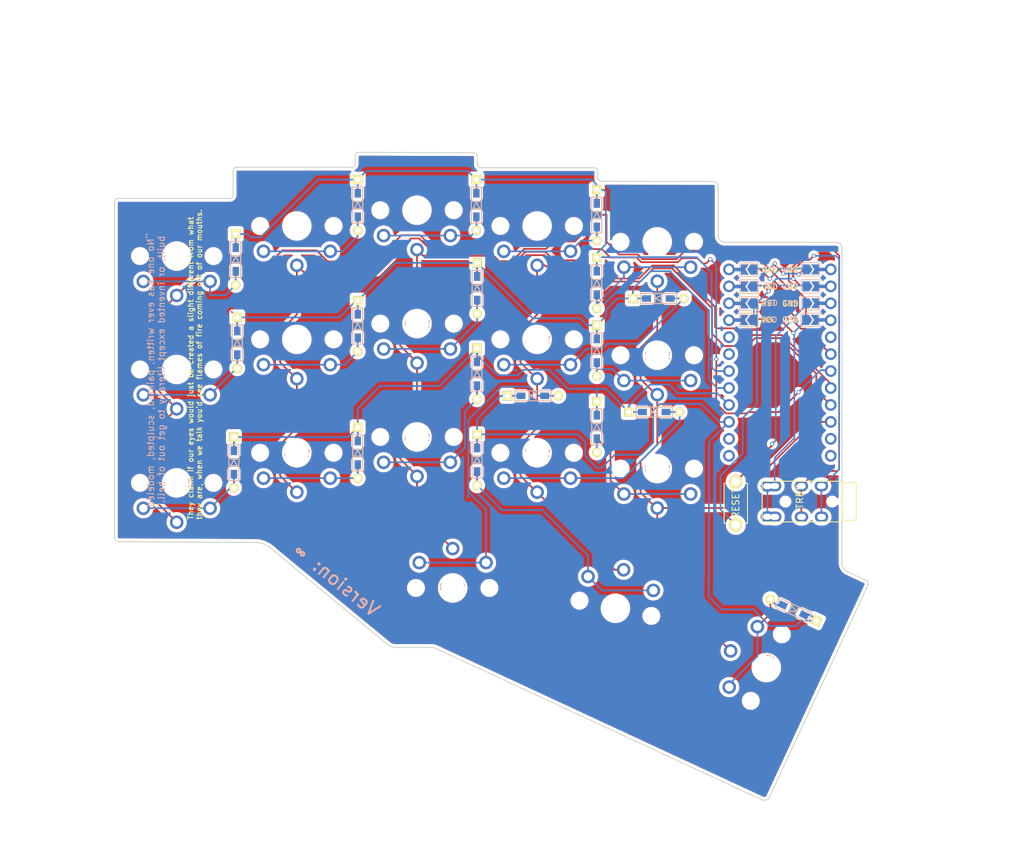
<source format=kicad_pcb>
(kicad_pcb (version 20211014) (generator pcbnew)
  (title_block (title "Corne Light") (date "2018-12-26") (rev "2.1") (company "foostan"))
  (layers (0 "F.Cu" signal) (31 "B.Cu" signal) (34 "B.Paste" user) (35 "F.Paste" user) (36 "B.SilkS" user "B.Silkscreen") (37 "F.SilkS" user "F.Silkscreen") (38 "B.Mask" user) (39 "F.Mask" user) (44 "Edge.Cuts" user))
  (net 0 "")
  (net 1 "row0")
  (net 2 "row1")
  (net 3 "Net-(D2-Pad2)")
  (net 4 "row2")
  (net 5 "Net-(D3-Pad2)")
  (net 6 "row3")
  (net 7 "Net-(D4-Pad2)")
  (net 8 "Net-(D5-Pad2)")
  (net 9 "Net-(D6-Pad2)")
  (net 10 "Net-(D8-Pad2)")
  (net 11 "Net-(D9-Pad2)")
  (net 12 "Net-(D10-Pad2)")
  (net 13 "Net-(D11-Pad2)")
  (net 14 "Net-(D12-Pad2)")
  (net 15 "Net-(D14-Pad2)")
  (net 16 "Net-(D15-Pad2)")
  (net 17 "Net-(D16-Pad2)")
  (net 18 "Net-(D17-Pad2)")
  (net 19 "Net-(D18-Pad2)")
  (net 20 "Net-(D19-Pad2)")
  (net 21 "Net-(D20-Pad2)")
  (net 22 "Net-(D21-Pad2)")
  (net 23 "GND")
  (net 24 "VCC")
  (net 25 "col0")
  (net 26 "col1")
  (net 27 "col2")
  (net 28 "col3")
  (net 29 "col4")
  (net 30 "col5")
  (net 31 "LED")
  (net 32 "data")
  (net 33 "reset")
  (net 34 "SCL")
  (net 35 "SDA")
  (net 36 "raw")
  (footprint "kbd:D3_TH_SMD" (layer "F.Cu") (at 94.75 64.04 -90)
    (fp_text reference "D2" hide)
    (fp_text value "D" hide)
  )
  (footprint "kbd:D3_TH_SMD" (layer "F.Cu") (at 113.03 55.88 -90)
    (fp_text reference "D3" hide)
    (fp_text value "D" hide)
  )
  (footprint "kbd:D3_TH_SMD" (layer "F.Cu") (at 130.81 55.88 -90)
    (fp_text reference "D4" hide)
    (fp_text value "D" hide)
  )
  (footprint "kbd:D3_TH_SMD" (layer "F.Cu") (at 148.844 57.404 -90)
    (fp_text reference "D5" hide)
    (fp_text value "D" hide)
  )
  (footprint "kbd:D3_TH_SMD" (layer "F.Cu") (at 148.844 67.564 -90)
    (fp_text reference "D6" hide)
    (fp_text value "D" hide)
  )
  (footprint "kbd:D3_TH_SMD" (layer "F.Cu") (at 94.98 76.54 -90)
    (fp_text reference "D8" hide)
    (fp_text value "D" hide)
  )
  (footprint "kbd:D3_TH_SMD" (layer "F.Cu") (at 113.03 74.025 -90)
    (fp_text reference "D9" hide)
    (fp_text value "D" hide)
  )
  (footprint "kbd:D3_TH_SMD" (layer "F.Cu") (at 130.92 68.36 -90)
    (fp_text reference "D10" hide)
    (fp_text value "D" hide)
  )
  (footprint "kbd:D3_TH_SMD" (layer "F.Cu") (at 158.07 69.89)
    (fp_text reference "D11" hide)
    (fp_text value "D" hide)
  )
  (footprint "kbd:D3_TH_SMD" (layer "F.Cu") (at 148.844 77.727 -90)
    (fp_text reference "D12" hide)
    (fp_text value "D" hide)
  )
  (footprint "kbd:D3_TH_SMD" (layer "F.Cu") (at 94.48 94.475 -90)
    (fp_text reference "D14" hide)
    (fp_text value "D" hide)
  )
  (footprint "kbd:D3_TH_SMD" (layer "F.Cu") (at 113.03 93.025 -90)
    (fp_text reference "D15" hide)
    (fp_text value "D" hide)
  )
  (footprint "kbd:D3_TH_SMD" (layer "F.Cu") (at 130.89 81.18 -90)
    (fp_text reference "D16" hide)
    (fp_text value "D" hide)
  )
  (footprint "kbd:D3_TH_SMD" (layer "F.Cu") (at 157.45 86.91)
    (fp_text reference "D17" hide)
    (fp_text value "D" hide)
  )
  (footprint "kbd:D3_TH_SMD" (layer "F.Cu") (at 148.844 89.154 -90)
    (fp_text reference "D18" hide)
    (fp_text value "D" hide)
  )
  (footprint "kbd:D3_TH_SMD" (layer "F.Cu") (at 139.27 84.48)
    (fp_text reference "D19" hide)
    (fp_text value "D" hide)
  )
  (footprint "kbd:D3_TH_SMD" (layer "F.Cu") (at 130.91 94.07 -90)
    (fp_text reference "D20" hide)
    (fp_text value "D" hide)
  )
  (footprint "kbd:D3_TH_SMD" (layer "F.Cu") (at 178.308 116.586 155)
    (fp_text reference "D21" hide)
    (fp_text value "D" hide)
  )
  (footprint "Kailh:TRRS-PJ-DPB2" (layer "F.Cu") (at 185.7165 100.3325 -90)
    (fp_text reference "J1" hide)
    (fp_text value "MJ-4PP-9" hide)
  )
  (footprint "Kailh:SW_PG1350_rev_DPB2.2" (layer "F.Cu") (at 85.91 63.531)
    (fp_text reference "SW2" hide)
    (fp_text value "SW_PUSH" hide)
  )
  (footprint "Kailh:SW_PG1350_rev_DPB2.2" (layer "F.Cu") (at 103.91 59.02)
    (fp_text reference "SW3" hide)
    (fp_text value "SW_PUSH" hide)
  )
  (footprint "Kailh:SW_PG1350_rev_DPB2.2" (layer "F.Cu") (at 121.91 56.66)
    (fp_text reference "SW4" hide)
    (fp_text value "SW_PUSH" hide)
  )
  (footprint "Kailh:SW_PG1350_rev_DPB2.2" (layer "F.Cu") (at 139.91 59.02)
    (fp_text reference "SW5" hide)
    (fp_text value "SW_PUSH" hide)
  )
  (footprint "Kailh:SW_PG1350_rev_DPB2.2" (layer "F.Cu") (at 157.91 61.4)
    (fp_text reference "SW6" hide)
    (fp_text value "SW_PUSH" hide)
  )
  (footprint "Kailh:SW_PG1350_rev_DPB2.2" (layer "F.Cu") (at 85.91 80.531)
    (fp_text reference "SW8" hide)
    (fp_text value "SW_PUSH" hide)
  )
  (footprint "Kailh:SW_PG1350_rev_DPB2.2" (layer "F.Cu") (at 103.91 76.02)
    (fp_text reference "SW9" hide)
    (fp_text value "SW_PUSH" hide)
  )
  (footprint "Kailh:SW_PG1350_rev_DPB2.2" (layer "F.Cu") (at 121.92 73.66)
    (fp_text reference "SW10" hide)
    (fp_text value "SW_PUSH" hide)
  )
  (footprint "Kailh:SW_PG1350_rev_DPB2.2" (layer "F.Cu") (at 139.91 76.02)
    (fp_text reference "SW11" hide)
    (fp_text value "SW_PUSH" hide)
  )
  (footprint "Kailh:SW_PG1350_rev_DPB2.2" (layer "F.Cu") (at 157.91 78.4)
    (fp_text reference "SW12" hide)
    (fp_text value "SW_PUSH" hide)
  )
  (footprint "Kailh:SW_PG1350_rev_DPB2.2" (layer "F.Cu") (at 85.91 97.536)
    (fp_text reference "SW14" hide)
    (fp_text value "SW_PUSH" hide)
  )
  (footprint "Kailh:SW_PG1350_rev_DPB2.2" (layer "F.Cu") (at 103.91 93.025)
    (fp_text reference "SW15" hide)
    (fp_text value "SW_PUSH" hide)
  )
  (footprint "Kailh:SW_PG1350_rev_DPB2.2" (layer "F.Cu") (at 121.91 90.65)
    (fp_text reference "SW16" hide)
    (fp_text value "SW_PUSH" hide)
  )
  (footprint "Kailh:SW_PG1350_rev_DPB2.2" (layer "F.Cu") (at 139.91 93.025)
    (fp_text reference "SW17" hide)
    (fp_text value "SW_PUSH" hide)
  )
  (footprint "Kailh:SW_PG1350_rev_DPB2.2" (layer "F.Cu") (at 157.91 95.4)
    (fp_text reference "SW18" hide)
    (fp_text value "SW_PUSH" hide)
  )
  (footprint "Kailh:SW_PG1350_rev_DPB2.2" (layer "F.Cu") (at 127.254 113.284 180)
    (fp_text reference "SW19" hide)
    (fp_text value "SW_PUSH" hide)
  )
  (footprint "Kailh:SW_PG1350_15_reversible_b2V2" (layer "F.Cu") (at 151.638 116.332 168)
    (fp_text reference "SW20" hide)
    (fp_text value "SW_PUSH" hide)
  )
  (footprint "Kailh:SW_PG1350_20_reversible_b2" (layer "F.Cu") (at 174.244 125.222 -115)
    (fp_text reference "SW21")
    (fp_text value "SW_PUSH")
  )
  (footprint "kbd:ResetSW_1side" (layer "F.Cu") (at 169.672 100.584 -90)
    (fp_text reference "RSW1" hide)
    (fp_text value "SW_PUSH")
  )
  (footprint "kbd:tau2" (layer "F.Cu") (at 110.439089 107.778371 -39)
    (fp_text reference "G***" hide)
    (fp_text value "LOGO" hide)
  )
  (footprint "kbd:ProMicroSimpleJumperDPBnn2" (layer "B.Cu") (at 174.246 77.472 180)
    (fp_text reference "U1" hide)
    (fp_text value "ProMicro" hide)
  )
  (gr_arc (start 186.254097 110.772) (mid 185.812099 110.318178) (end 185.581869 109.728) (layer "Edge.Cuts") (width 0.15))
  (gr_arc (start 166.354774 52.35276) (mid 166.842558 52.597087) (end 167.017 53.114) (layer "Edge.Cuts") (width 0.15))
  (gr_arc (start 119.011 122.202) (mid 118.356587 122.172066) (end 117.741 121.948) (layer "Edge.Cuts") (width 0.15))
  (gr_arc (start 130.449 48.042) (mid 130.802553 48.188447) (end 130.949 48.542) (layer "Edge.Cuts") (width 0.15))
  (gr_line (start 189.30102 112.212377) (end 186.254097 110.772) (layer "Edge.Cuts") (width 0.15))
  (gr_line (start 185.563965 62.295465) (end 185.581869 100.373363) (layer "Edge.Cuts") (width 0.15))
  (gr_arc (start 94.365 54.392) (mid 94.218553 54.745553) (end 93.865 54.892) (layer "Edge.Cuts") (width 0.15))
  (gr_arc (start 149.483 52.332) (mid 149.129447 52.185553) (end 148.983 51.832) (layer "Edge.Cuts") (width 0.15))
  (gr_line (start 174.637 144.808) (end 189.417861 112.976917) (layer "Edge.Cuts") (width 0.15))
  (gr_arc (start 189.30102 112.212377) (mid 189.470143 112.577729) (end 189.417861 112.976917) (layer "Edge.Cuts") (width 0.15))
  (gr_line (start 97.929 106.454) (end 77.200553 106.346447) (layer "Edge.Cuts") (width 0.15))
  (gr_line (start 94.37452 50.72802) (end 94.365 54.392) (layer "Edge.Cuts") (width 0.15))
  (gr_arc (start 77.200553 106.346447) (mid 76.754083 106.151693) (end 76.593 105.692) (layer "Edge.Cuts") (width 0.15))
  (gr_arc (start 97.929 106.454) (mid 99.309084 106.868832) (end 100.469 107.724) (layer "Edge.Cuts") (width 0.15))
  (gr_arc (start 131.449 50.292) (mid 131.095447 50.145553) (end 130.949 49.792) (layer "Edge.Cuts") (width 0.15))
  (gr_arc (start 148.459 50.292) (mid 148.830893 50.460919) (end 148.983 50.84) (layer "Edge.Cuts") (width 0.15))
  (gr_line (start 112.661 48.47802) (end 112.661 49.72802) (layer "Edge.Cuts") (width 0.15))
  (gr_arc (start 167.911236 61.468) (mid 167.253659 61.089949) (end 167.017 60.369292) (layer "Edge.Cuts") (width 0.15))
  (gr_line (start 119.011 122.202) (end 124.091 122.202) (layer "Edge.Cuts") (width 0.15))
  (gr_line (start 76.593 105.692) (end 76.593 55.4) (layer "Edge.Cuts") (width 0.15))
  (gr_line (start 124.977475 122.456) (end 173.621 145.062) (layer "Edge.Cuts") (width 0.15))
  (gr_line (start 166.354774 52.35276) (end 149.483 52.332) (layer "Edge.Cuts") (width 0.15))
  (gr_arc (start 184.658 61.468) (mid 185.285697 61.690442) (end 185.563965 62.295465) (layer "Edge.Cuts") (width 0.15))
  (gr_line (start 148.983 51.832) (end 148.983 50.84) (layer "Edge.Cuts") (width 0.15))
  (gr_arc (start 112.661 48.47802) (mid 112.807437 48.124457) (end 113.161 47.97802) (layer "Edge.Cuts") (width 0.15))
  (gr_arc (start 174.637 144.808) (mid 174.16489 145.078561) (end 173.621 145.062) (layer "Edge.Cuts") (width 0.15))
  (gr_arc (start 124.091 122.202) (mid 124.551013 122.270451) (end 124.977475 122.456) (layer "Edge.Cuts") (width 0.15))
  (gr_arc (start 94.37452 50.72802) (mid 94.520961 50.374461) (end 94.87452 50.22802) (layer "Edge.Cuts") (width 0.15))
  (gr_line (start 93.865 54.892) (end 77.15852 54.89602) (layer "Edge.Cuts") (width 0.15))
  (gr_line (start 100.469 107.724) (end 117.741 121.948) (layer "Edge.Cuts") (width 0.15))
  (gr_line (start 148.459 50.292) (end 131.449 50.292) (layer "Edge.Cuts") (width 0.15))
  (gr_line (start 130.449 48.042) (end 113.161 47.97802) (layer "Edge.Cuts") (width 0.15))
  (gr_arc (start 112.661 49.72802) (mid 112.514543 50.081563) (end 112.161 50.22802) (layer "Edge.Cuts") (width 0.15))
  (gr_line (start 184.658 61.468) (end 167.911236 61.468) (layer "Edge.Cuts") (width 0.15))
  (gr_line (start 167.017 53.114) (end 167.017 60.369292) (layer "Edge.Cuts") (width 0.15))
  (gr_line (start 185.581869 109.728) (end 185.581869 100.373363) (layer "Edge.Cuts") (width 0.15))
  (gr_arc (start 76.593 55.4) (mid 76.783833 55.044858) (end 77.15852 54.89602) (layer "Edge.Cuts") (width 0.15))
  (gr_line (start 130.949 49.792) (end 130.949 48.542) (layer "Edge.Cuts") (width 0.15))
  (gr_line (start 112.161 50.22802) (end 94.87452 50.22802) (layer "Edge.Cuts") (width 0.15))
  (gr_text "Version: ∞\n" (at 109.728 112.014 -39) (layer "B.SilkS") (effects (font (size 2 2) (thickness 0.3)) (justify mirror)))
  (gr_text "“No one has ever written, painted, sculpted, modeled, \nbuilt, or invented except literally to get out of hell.” " (at 82.804 81.28 90) (layer "B.SilkS") (effects (font (size 1 1)) (justify mirror)))
  (gr_text "They claim if our eyes would just be created a slight different from what\nthey are, when we talk you’d see flames of fire coming out of our mouths." (at 88.646 103.124 90) (layer "F.SilkS") (effects (font (size 0.8 0.8)) (justify left)))
  (segment (start 130.81 52.07) (end 130.81 54.105) (width 0.25) (layer "F.Cu") (net 1))
  (segment (start 94.75 62.265) (end 94.75 60.23) (width 0.25) (layer "F.Cu") (net 1))
  (segment (start 148.844 63.754) (end 148.844 65.789) (width 0.25) (layer "F.Cu") (net 1))
  (segment (start 113.03 54.105) (end 113.03 52.07) (width 0.25) (layer "F.Cu") (net 1))
  (segment (start 148.844 53.594) (end 148.844 55.629) (width 0.25) (layer "F.Cu") (net 1))
  (segment (start 148.082 52.07) (end 148.764 52.752) (width 0.25) (layer "B.Cu") (net 1))
  (segment (start 96.488 60.23) (end 94.75 60.23) (width 0.25) (layer "B.Cu") (net 1))
  (segment (start 113.03 52.07) (end 114.3 50.8) (width 0.25) (layer "B.Cu") (net 1))
  (segment (start 166.624 80.772) (end 168.656 80.772) (width 0.25) (layer "B.Cu") (net 1))
  (segment (start 107.100334 52.07) (end 98.464334 60.706) (width 0.25) (layer "B.Cu") (net 1))
  (segment (start 166.05 65.95) (end 166.05 70.75) (width 0.25) (layer "B.Cu") (net 1))
  (segment (start 98.464334 60.706) (end 96.964 60.706) (width 0.25) (layer "B.Cu") (net 1))
  (segment (start 148.9 63.08) (end 150.2 61.78) (width 0.25) (layer "B.Cu") (net 1))
  (segment (start 148.844 65.789) (end 148.844 63.754) (width 0.25) (layer "B.Cu") (net 1))
  (segment (start 94.75 60.23) (end 94.75 62.265) (width 0.25) (layer "B.Cu") (net 1))
  (segment (start 113.03 52.07) (end 107.100334 52.07) (width 0.25) (layer "B.Cu") (net 1))
  (segment (start 113.03 54.105) (end 113.03 52.07) (width 0.25) (layer "B.Cu") (net 1))
  (segment (start 163.8 63.7) (end 166.05 65.95) (width 0.25) (layer "B.Cu") (net 1))
  (segment (start 148.764 52.752) (end 148.764 53.514) (width 0.25) (layer "B.Cu") (net 1))
  (segment (start 166.116 80.264) (end 166.116 70.866) (width 0.25) (layer "B.Cu") (net 1))
  (segment (start 129.54 50.8) (end 130.81 52.07) (width 0.25) (layer "B.Cu") (net 1))
  (segment (start 114.3 50.8) (end 129.54 50.8) (width 0.25) (layer "B.Cu") (net 1))
  (segment (start 148.764 53.514) (end 148.844 53.594) (width 0.25) (layer "B.Cu") (net 1))
  (segment (start 148.844 53.594) (end 148.844 55.629) (width 0.25) (layer "B.Cu") (net 1))
  (segment (start 130.81 52.07) (end 130.81 54.105) (width 0.25) (layer "B.Cu") (net 1))
  (segment (start 149.52 63.7) (end 163.8 63.7) (width 0.25) (layer "B.Cu") (net 1))
  (segment (start 149.86 53.594) (end 150.2 53.934) (width 0.25) (layer "B.Cu") (net 1))
  (segment (start 166.116 80.264) (end 166.624 80.772) (width 0.25) (layer "B.Cu") (net 1))
  (segment (start 148.844 53.594) (end 149.86 53.594) (width 0.25) (layer "B.Cu") (net 1))
  (segment (start 130.81 52.07) (end 148.082 52.07) (width 0.25) (layer "B.Cu") (net 1))
  (segment (start 96.964 60.706) (end 96.488 60.23) (width 0.25) (layer "B.Cu") (net 1))
  (segment (start 150.2 61.78) (end 150.2 53.934) (width 0.25) (layer "B.Cu") (net 1))
  (segment (start 148.844 63.754) (end 149.464 64.374) (width 0.25) (layer "B.Cu") (net 1))
  (segment (start 113.03 70.215) (end 113.03 72.25) (width 0.25) (layer "F.Cu") (net 2))
  (segment (start 130.92 64.55) (end 130.92 66.585) (width 0.25) (layer "F.Cu") (net 2))
  (segment (start 148.844 73.917) (end 148.844 75.952) (width 0.25) (layer "F.Cu") (net 2))
  (segment (start 156.295 69.89) (end 154.26 69.89) (width 0.25) (layer "F.Cu") (net 2))
  (segment (start 94.98 74.765) (end 94.98 72.73) (width 0.25) (layer "F.Cu") (net 2))
  (segment (start 165.65147 82.08547) (end 166.878 83.312) (width 0.25) (layer "B.Cu") (net 2))
  (segment (start 112.785 70.215) (end 113.03 70.215) (width 0.25) (layer "B.Cu") (net 2))
  (segment (start 150.2775 72.4835) (end 150.2775 71.5375) (width 0.25) (layer "B.Cu") (net 2))
  (segment (start 139.235 72.865) (end 130.92 64.55) (width 0.25) (layer "B.Cu") (net 2))
  (segment (start 151.925 69.89) (end 150.2775 71.5375) (width 0.25) (layer "B.Cu") (net 2))
  (segment (start 130.92 64.55) (end 118.695 64.55) (width 0.25) (layer "B.Cu") (net 2))
  (segment (start 146.337 72.865) (end 147.389 73.917) (width 0.25) (layer "B.Cu") (net 2))
  (segment (start 159.78 65.8) (end 156.9 65.8) (width 0.25) (layer "B.Cu") (net 2))
  (segment (start 130.92 64.55) (end 130.92 66.585) (width 0.25) (layer "B.Cu") (net 2))
  (segment (start 94.104999 71.854999) (end 94.98 72.73) (width 0.25) (layer "B.Cu") (net 2))
  (segment (start 159.938 65.8) (end 159.78 65.8) (width 0.25) (layer "B.Cu") (net 2))
  (segment (start 156.295 69.89) (end 154.26 69.89) (width 0.25) (layer "B.Cu") (net 2))
  (segment (start 113.03 72.25) (end 113.03 70.215) (width 0.25) (layer "B.Cu") (net 2))
  (segment (start 110.27 72.73) (end 112.785 70.215) (width 0.25) (layer "B.Cu") (net 2))
  (segment (start 146.337 72.865) (end 139.235 72.865) (width 0.25) (layer "B.Cu") (net 2))
  (segment (start 94.98 72.73) (end 94.98 74.765) (width 0.25) (layer "B.Cu") (net 2))
  (segment (start 118.695 64.55) (end 113.03 70.215) (width 0.25) (layer "B.Cu") (net 2))
  (segment (start 165.65147 71.67147) (end 159.78 65.8) (width 0.25) (layer "B.Cu") (net 2))
  (segment (start 154.26 69.89) (end 151.925 69.89) (width 0.25) (layer "B.Cu") (net 2))
  (segment (start 154.26 68.44) (end 154.26 69.89) (width 0.25) (layer "B.Cu") (net 2))
  (segment (start 94.98 72.73) (end 110.27 72.73) (width 0.25) (layer "B.Cu") (net 2))
  (segment (start 165.65147 82.08547) (end 165.65147 71.67147) (width 0.25) (layer "B.Cu") (net 2))
  (segment (start 148.844 75.952) (end 148.844 73.917) (width 0.25) (layer "B.Cu") (net 2))
  (segment (start 156.9 65.8) (end 154.26 68.44) (width 0.25) (layer "B.Cu") (net 2))
  (segment (start 147.389 73.917) (end 148.844 73.917) (width 0.25) (layer "B.Cu") (net 2))
  (segment (start 166.878 83.312) (end 168.656 83.312) (width 0.25) (layer "B.Cu") (net 2))
  (segment (start 148.844 73.917) (end 150.2775 72.4835) (width 0.25) (layer "B.Cu") (net 2))
  (segment (start 94.75 67.85) (end 94.75 65.815) (width 0.25) (layer "F.Cu") (net 3))
  (segment (start 90.91 69.38) (end 90.91 67.331) (width 0.25) (layer "B.Cu") (net 3))
  (segment (start 93.22 69.38) (end 94.75 67.85) (width 0.25) (layer "B.Cu") (net 3))
  (segment (start 90.91 69.38) (end 93.22 69.38) (width 0.25) (layer "B.Cu") (net 3))
  (segment (start 94.75 65.815) (end 94.75 67.85) (width 0.25) (layer "B.Cu") (net 3))
  (segment (start 80.91 67.331) (end 90.91 67.331) (width 0.25) (layer "B.Cu") (net 3))
  (segment (start 94.48 90.665) (end 94.48 92.7) (width 0.25) (layer "F.Cu") (net 4))
  (segment (start 130.89 77.37) (end 130.89 79.405) (width 0.25) (layer "F.Cu") (net 4))
  (segment (start 113.03 89.215) (end 113.03 91.25) (width 0.25) (layer "F.Cu") (net 4))
  (segment (start 148.844 87.379) (end 148.844 85.344) (width 0.25) (layer "F.Cu") (net 4))
  (segment (start 155.675 86.91) (end 153.64 86.91) (width 0.25) (layer "F.Cu") (net 4))
  (segment (start 161 84.1) (end 166.904 84.1) (width 0.25) (layer "B.Cu") (net 4))
  (segment (start 153.64 86.91) (end 153.64 85.9615) (width 0.25) (layer "B.Cu") (net 4))
  (segment (start 149.05 83.43) (end 150.16 83.43) (width 0.25) (layer "B.Cu") (net 4))
  (segment (start 94.48 90.665) (end 111.58 90.665) (width 0.25) (layer "B.Cu") (net 4))
  (segment (start 148.844 83.566) (end 148.708 83.43) (width 0.25) (layer "B.Cu") (net 4))
  (segment (start 113.03 86.37) (end 113.03 89.215) (width 0.25) (layer "B.Cu") (net 4))
  (segment (start 166.904 84.1) (end 168.656 85.852) (width 0.25) (layer "B.Cu") (net 4))
  (segment (start 141.678999 80.578999) (end 144.53 83.43) (width 0.25) (layer "B.Cu") (net 4))
  (segment (start 144.53 83.43) (end 148.708 83.43) (width 0.25) (layer "B.Cu") (net 4))
  (segment (start 130.89 77.37) (end 130.89 79.405) (width 0.25) (layer "B.Cu") (net 4))
  (segment (start 137 81.4) (end 137.821001 80.578999) (width 0.25) (layer "B.Cu") (net 4))
  (segment (start 113.03 91.25) (end 113.03 89.215) (width 0.25) (layer "B.Cu") (net 4))
  (segment (start 148.708 83.43) (end 149.05 83.43) (width 0.25) (layer "B.Cu") (net 4))
  (segment (start 94.48 90.665) (end 94.48 92.7) (width 0.25) (layer "B.Cu") (net 4))
  (segment (start 130.89 77.37) (end 130.89 78.3185) (width 0.25) (layer "B.Cu") (net 4))
  (segment (start 125.26 83) (end 116.4 83) (width 0.25) (layer "B.Cu") (net 4))
  (segment (start 116.4 83) (end 113.03 86.37) (width 0.25) (layer "B.Cu") (net 4))
  (segment (start 156.8015 82.8) (end 159.7 82.8) (width 0.25) (layer "B.Cu") (net 4))
  (segment (start 137.821001 80.578999) (end 141.678999 80.578999) (width 0.25) (layer "B.Cu") (net 4))
  (segment (start 155.675 86.91) (end 153.64 86.91) (width 0.25) (layer "B.Cu") (net 4))
  (segment (start 148.844 87.379) (end 148.844 85.344) (width 0.25) (layer "B.Cu") (net 4))
  (segment (start 153.64 85.9615) (end 156.8015 82.8) (width 0.25) (layer "B.Cu") (net 4))
  (segment (start 130.89 77.37) (end 125.26 83) (width 0.25) (layer "B.Cu") (net 4))
  (segment (start 130.89 78.3185) (end 133.9715 81.4) (width 0.25) (layer "B.Cu") (net 4))
  (segment (start 111.58 90.665) (end 113.03 89.215) (width 0.25) (layer "B.Cu") (net 4))
  (segment (start 133.9715 81.4) (end 137 81.4) (width 0.25) (layer "B.Cu") (net 4))
  (segment (start 148.844 85.344) (end 148.844 83.566) (width 0.25) (layer "B.Cu") (net 4))
  (segment (start 159.7 82.8) (end 161 84.1) (width 0.25) (layer "B.Cu") (net 4))
  (segment (start 150.16 83.43) (end 153.64 86.91) (width 0.25) (layer "B.Cu") (net 4))
  (segment (start 113.03 59.69) (end 113.03 57.655) (width 0.25) (layer "F.Cu") (net 5))
  (segment (start 108.91 62.82) (end 110.78 62.82) (width 0.25) (layer "B.Cu") (net 5))
  (segment (start 98.91 62.82) (end 108.91 62.82) (width 0.25) (layer "B.Cu") (net 5))
  (segment (start 110.78 62.82) (end 113.03 60.57) (width 0.25) (layer "B.Cu") (net 5))
  (segment (start 113.03 60.57) (end 113.03 59.69) (width 0.25) (layer "B.Cu") (net 5))
  (segment (start 113.03 59.69) (end 113.03 57.655) (width 0.25) (layer "B.Cu") (net 5))
  (segment (start 179.916696 117.336147) (end 180.901004 117.336147) (width 0.25) (layer "F.Cu") (net 6))
  (segment (start 135.46 84.48) (end 137.495 84.48) (width 0.25) (layer "F.Cu") (net 6))
  (segment (start 180.901004 117.336147) (end 181.761033 118.196176) (width 0.25) (layer "F.Cu") (net 6))
  (segment (start 130.91 90.26) (end 130.91 92.295) (width 0.25) (layer "F.Cu") (net 6))
  (segment (start 130.91 92.295) (end 130.91 90.26) (width 0.25) (layer "B.Cu") (net 6))
  (segment (start 158.3 85.7) (end 157.3 86.7) (width 0.25) (layer "B.Cu") (net 6))
  (segment (start 151.546 93.31) (end 149.606 95.25) (width 0.25) (layer "B.Cu") (net 6))
  (segment (start 157.3 86.7) (end 157.3 91.5) (width 0.25) (layer "B.Cu") (net 6))
  (segment (start 147.123 93.529) (end 147.123 91.383) (width 0.25) (layer "B.Cu") (net 6))
  (segment (start 167.192 88.392) (end 164.5 85.7) (width 0.25) (layer "B.Cu") (net 6))
  (segment (start 165.65147 91.39653) (end 165.65147 111.80347) (width 0.25) (layer "B.Cu") (net 6))
  (segment (start 168.656 88.392) (end 167.192 88.392) (width 0.25) (layer "B.Cu") (net 6))
  (segment (start 164.5 85.7) (end 158.3 85.7) (width 0.25) (layer "B.Cu") (net 6))
  (segment (start 149.606 95.25) (end 148.844 95.25) (width 0.25) (layer "B.Cu") (net 6))
  (segment (start 130.91 90.26) (end 130.91 87.99) (width 0.25) (layer "B.Cu") (net 6))
  (segment (start 137.495 84.48) (end 135.46 84.48) (width 0.25) (layer "B.Cu") (net 6))
  (segment (start 157.3 91.5) (end 155.49 93.31) (width 0.25) (layer "B.Cu") (net 6))
  (segment (start 167.556278 116.502278) (end 172.295722 116.502278) (width 0.25) (layer "B.Cu") (net 6))
  (segment (start 168.656 88.392) (end 165.65147 91.39653) (width 0.25) (layer "B.Cu") (net 6))
  (segment (start 146 90.26) (end 130.91 90.26) (width 0.25) (layer "B.Cu") (net 6))
  (segment (start 165.608 111.84694) (end 165.608 114.554) (width 0.25) (layer "B.Cu") (net 6))
  (segment (start 165.608 114.554) (end 167.556278 116.502278) (width 0.25) (layer "B.Cu") (net 6))
  (segment (start 179.475012 118.196176) (end 181.761033 118.196176) (width 0.25) (layer "B.Cu") (net 6))
  (segment (start 178.680594 118.990594) (end 179.475012 118.196176) (width 0.25) (layer "B.Cu") (net 6))
  (segment (start 179.916696 117.336147) (end 180.901004 117.336147) (width 0.25) (layer "B.Cu") (net 6))
  (segment (start 180.901004 117.336147) (end 181.761033 118.196176) (width 0.25) (layer "B.Cu") (net 6))
  (segment (start 130.91 87.99) (end 134.42 84.48) (width 0.25) (layer "B.Cu") (net 6))
  (segment (start 148.844 95.25) (end 147.123 93.529) (width 0.25) (layer "B.Cu") (net 6))
  (segment (start 147.123 91.383) (end 146 90.26) (width 0.25) (layer "B.Cu") (net 6))
  (segment (start 165.65147 111.80347) (end 165.608 111.84694) (width 0.25) (layer "B.Cu") (net 6))
  (segment (start 174.784037 118.990594) (end 178.680594 118.990594) (width 0.25) (layer "B.Cu") (net 6))
  (segment (start 172.295722 116.502278) (end 174.784037 118.990594) (width 0.25) (layer "B.Cu") (net 6))
  (segment (start 155.49 93.31) (end 151.546 93.31) (width 0.25) (layer "B.Cu") (net 6))
  (segment (start 134.42 84.48) (end 135.46 84.48) (width 0.25) (layer "B.Cu") (net 6))
  (segment (start 130.81 57.655) (end 130.81 59.69) (width 0.25) (layer "F.Cu") (net 7))
  (segment (start 130.81 57.655) (end 130.81 59.69) (width 0.25) (layer "B.Cu") (net 7))
  (segment (start 130.04 60.46) (end 126.91 60.46) (width 0.25) (layer "B.Cu") (net 7))
  (segment (start 126.91 60.46) (end 116.91 60.46) (width 0.25) (layer "B.Cu") (net 7))
  (segment (start 130.81 59.69) (end 130.04 60.46) (width 0.25) (layer "B.Cu") (net 7))
  (segment (start 148.844 59.179) (end 148.844 61.214) (width 0.25) (layer "F.Cu") (net 8))
  (segment (start 146.558 61.214) (end 146.537 61.193) (width 0.25) (layer "B.Cu") (net 8))
  (segment (start 146.537 61.193) (end 144.91 62.82) (width 0.25) (layer "B.Cu") (net 8))
  (segment (start 148.844 59.179) (end 148.844 61.214) (width 0.25) (layer "B.Cu") (net 8))
  (segment (start 148.844 61.214) (end 146.558 61.214) (width 0.25) (layer "B.Cu") (net 8))
  (segment (start 134.91 62.82) (end 144.91 62.82) (width 0.25) (layer "B.Cu") (net 8))
  (segment (start 148.844 69.339) (end 148.844 71.374) (width 0.25) (layer "F.Cu") (net 9))
  (segment (start 152.8 65.31) (end 152.91 65.2) (width 0.25) (layer "F.Cu") (net 9))
  (segment (start 152.91 66.69) (end 148.9 70.7) (width 0.25) (layer "B.Cu") (net 9))
  (segment (start 152.91 65.2) (end 162.91 65.2) (width 0.25) (layer "B.Cu") (net 9))
  (segment (start 152.91 65.2) (end 152.91 66.69) (width 0.25) (layer "B.Cu") (net 9))
  (segment (start 148.844 71.374) (end 148.844 69.339) (width 0.25) (layer "B.Cu") (net 9))
  (segment (start 94.98 80.35) (end 94.98 78.315) (width 0.25) (layer "F.Cu") (net 10))
  (segment (start 94.891 80.35) (end 94.98 80.35) (width 0.25) (layer "B.Cu") (net 10))
  (segment (start 94.98 78.315) (end 94.98 80.35) (width 0.25) (layer "B.Cu") (net 10))
  (segment (start 90.91 84.331) (end 94.891 80.35) (width 0.25) (layer "B.Cu") (net 10))
  (segment (start 80.91 84.331) (end 90.91 84.331) (width 0.25) (layer "B.Cu") (net 10))
  (segment (start 113.03 75.8) (end 113.03 77.835) (width 0.25) (layer "F.Cu") (net 11))
  (segment (start 108.93 79.8) (end 108.91 79.82) (width 0.25) (layer "F.Cu") (net 11))
  (segment (start 111.065 79.8) (end 108.93 79.8) (width 0.25) (layer "B.Cu") (net 11))
  (segment (start 98.91 79.82) (end 108.91 79.82) (width 0.25) (layer "B.Cu") (net 11))
  (segment (start 113.03 77.835) (end 113.03 75.8) (width 0.25) (layer "B.Cu") (net 11))
  (segment (start 113.03 77.835) (end 111.065 79.8) (width 0.25) (layer "B.Cu") (net 11))
  (segment (start 130.92 70.135) (end 130.92 72.17) (width 0.25) (layer "F.Cu") (net 12))
  (segment (start 116.91 77.45) (end 126.91 77.45) (width 0.25) (layer "B.Cu") (net 12))
  (segment (start 130.92 72.17) (end 130.92 70.135) (width 0.25) (layer "B.Cu") (net 12))
  (segment (start 130.92 72.17) (end 130.92 73.44) (width 0.25) (layer "B.Cu") (net 12))
  (segment (start 130.92 73.44) (end 126.91 77.45) (width 0.25) (layer "B.Cu") (net 12))
  (segment (start 161.88 69.89) (end 159.845 69.89) (width 0.25) (layer "F.Cu") (net 13))
  (segment (start 134.91 79.82) (end 144.91 79.82) (width 0.25) (layer "B.Cu") (net 13))
  (segment (start 144.91 79.82) (end 147.29 77.44) (width 0.25) (layer "B.Cu") (net 13))
  (segment (start 155.07 76.7) (end 152.8 76.7) (width 0.25) (layer "B.Cu") (net 13))
  (segment (start 152.8 76.7) (end 153.035 76.7) (width 0.25) (layer "B.Cu") (net 13))
  (segment (start 159.845 69.89) (end 161.88 69.89) (width 0.25) (layer "B.Cu") (net 13))
  (segment (start 161.88 69.89) (end 155.07 76.7) (width 0.25) (layer "B.Cu") (net 13))
  (segment (start 150.376 76.7) (end 152.8 76.7) (width 0.25) (layer "B.Cu") (net 13))
  (segment (start 149.636 77.44) (end 150.376 76.7) (width 0.25) (layer "B.Cu") (net 13))
  (segment (start 147.29 77.44) (end 149.636 77.44) (width 0.25) (layer "B.Cu") (net 13))
  (segment (start 148.844 79.502) (end 148.844 81.537) (width 0.25) (layer "F.Cu") (net 14))
  (segment (start 152.91 82.2) (end 162.91 82.2) (width 0.25) (layer "B.Cu") (net 14))
  (segment (start 148.95 80.485) (end 151.195 80.485) (width 0.25) (layer "B.Cu") (net 14))
  (segment (start 151.195 80.485) (end 152.91 82.2) (width 0.25) (layer "B.Cu") (net 14))
  (segment (start 148.844 81.537) (end 148.844 79.502) (width 0.25) (layer "B.Cu") (net 14))
  (segment (start 94.48 96.25) (end 94.48 98.285) (width 0.25) (layer "F.Cu") (net 15))
  (segment (start 93.961 98.285) (end 94.48 98.285) (width 0.25) (layer "B.Cu") (net 15))
  (segment (start 80.91 101.336) (end 90.91 101.336) (width 0.25) (layer "B.Cu") (net 15))
  (segment (start 90.91 101.336) (end 93.961 98.285) (width 0.25) (layer "B.Cu") (net 15))
  (segment (start 94.48 96.25) (end 94.48 98.285) (width 0.25) (layer "B.Cu") (net 15))
  (segment (start 113.03 94.8) (end 113.03 96.835) (width 0.25) (layer "F.Cu") (net 16))
  (segment (start 108.92 96.835) (end 108.91 96.825) (width 0.25) (layer "F.Cu") (net 16))
  (segment (start 113.03 96.835) (end 113.03 94.8) (width 0.25) (layer "B.Cu") (net 16))
  (segment (start 98.91 96.825) (end 108.91 96.825) (width 0.25) (layer "B.Cu") (net 16))
  (segment (start 113.03 96.835) (end 108.92 96.835) (width 0.25) (layer "B.Cu") (net 16))
  (segment (start 130.89 82.955) (end 130.89 84.99) (width 0.25) (layer "F.Cu") (net 17))
  (segment (start 129.1 86.78) (end 129.1 92.26) (width 0.25) (layer "B.Cu") (net 17))
  (segment (start 129.1 92.26) (end 126.91 94.45) (width 0.25) (layer "B.Cu") (net 17))
  (segment (start 130.89 84.99) (end 130.89 82.955) (width 0.25) (layer "B.Cu") (net 17))
  (segment (start 130.89 84.99) (end 129.1 86.78) (width 0.25) (layer "B.Cu") (net 17))
  (segment (start 116.91 94.45) (end 126.91 94.45) (width 0.25) (layer "B.Cu") (net 17))
  (segment (start 159.225 86.91) (end 161.26 86.91) (width 0.25) (layer "F.Cu") (net 18))
  (segment (start 161.26 86.91) (end 159.225 86.91) (width 0.25) (layer "B.Cu") (net 18))
  (segment (start 144.91 96.825) (end 152.875 96.825) (width 0.25) (layer "B.Cu") (net 18))
  (segment (start 134.91 96.825) (end 144.91 96.825) (width 0.25) (layer "B.Cu") (net 18))
  (segment (start 161.26 88.44) (end 161.26 86.91) (width 0.25) (layer "B.Cu") (net 18))
  (segment (start 152.875 96.825) (end 161.26 88.44) (width 0.25) (layer "B.Cu") (net 18))
  (segment (start 150.9 97.19) (end 152.91 99.2) (width 0.25) (layer "F.Cu") (net 19))
  (segment (start 150.9 92.9) (end 150.9 97.19) (width 0.25) (layer "F.Cu") (net 19))
  (segment (start 148.844 92.879604) (end 148.801802 92.921802) (width 0.25) (layer "F.Cu") (net 19))
  (segment (start 149.05 91.05) (end 150.9 92.9) (width 0.25) (layer "F.Cu") (net 19))
  (segment (start 148.844 90.929) (end 148.844 92.879604) (width 0.25) (layer "F.Cu") (net 19))
  (segment (start 148.844 92.467604) (end 149.092198 92.715802) (width 0.25) (layer "B.Cu") (net 19))
  (segment (start 148.844 90.929) (end 148.844 92.467604) (width 0.25) (layer "B.Cu") (net 19))
  (segment (start 152.91 99.2) (end 162.91 99.2) (width 0.25) (layer "B.Cu") (net 19))
  (segment (start 141.045 84.48) (end 143.08 84.48) (width 0.25) (layer "F.Cu") (net 20))
  (segment (start 141.045 84.48) (end 140.145 84.48) (width 0.25) (layer "B.Cu") (net 20))
  (segment (start 132.254 101.52) (end 132.254 109.484) (width 0.25) (layer "B.Cu") (net 20))
  (segment (start 134.6 83.1) (end 129.6 88.1) (width 0.25) (layer "B.Cu") (net 20))
  (segment (start 143.08 84.48) (end 141.045 84.48) (width 0.25) (layer "B.Cu") (net 20))
  (segment (start 132.254 109.484) (end 122.254 109.484) (width 0.25) (layer "B.Cu") (net 20))
  (segment (start 129.6 88.1) (end 129.6 98.866) (width 0.25) (layer "B.Cu") (net 20))
  (segment (start 129.6 98.866) (end 129.6 99.78) (width 0.25) (layer "B.Cu") (net 20))
  (segment (start 138.765 83.1) (end 134.6 83.1) (width 0.25) (layer "B.Cu") (net 20))
  (segment (start 129.6 98.866) (end 132.254 101.52) (width 0.25) (layer "B.Cu") (net 20))
  (segment (start 140.145 84.48) (end 138.765 83.1) (width 0.25) (layer "B.Cu") (net 20))
  (segment (start 130.91 95.845) (end 130.91 97.88) (width 0.25) (layer "F.Cu") (net 21))
  (segment (start 140.716 101.6) (end 147.537326 108.421326) (width 0.25) (layer "B.Cu") (net 21))
  (segment (start 149.616443 113.654598) (end 157.318802 113.654598) (width 0.25) (layer "B.Cu") (net 21))
  (segment (start 134.63 101.6) (end 140.716 101.6) (width 0.25) (layer "B.Cu") (net 21))
  (segment (start 130.91 97.88) (end 130.91 95.845) (width 0.25) (layer "B.Cu") (net 21))
  (segment (start 147.537326 111.575481) (end 149.616443 113.654598) (width 0.25) (layer "B.Cu") (net 21))
  (segment (start 147.537326 108.421326) (end 147.537326 111.575481) (width 0.25) (layer "B.Cu") (net 21))
  (segment (start 130.91 97.88) (end 134.63 101.6) (width 0.25) (layer "B.Cu") (net 21))
  (segment (start 175.714996 115.835853) (end 174.854967 114.975824) (width 0.25) (layer "F.Cu") (net 22))
  (segment (start 174.854967 114.975824) (end 174.854967 117.142667) (width 0.25) (layer "F.Cu") (net 22))
  (segment (start 174.854967 117.142667) (end 172.913122 119.084512) (width 0.25) (layer "F.Cu") (net 22))
  (segment (start 176.699304 115.835853) (end 175.714996 115.835853) (width 0.25) (layer "F.Cu") (net 22))
  (segment (start 172.913122 119.084512) (end 172.913122 123.504878) (width 0.25) (layer "B.Cu") (net 22))
  (segment (start 168.686939 127.731061) (end 168.686939 128.14759) (width 0.25) (layer "B.Cu") (net 22))
  (segment (start 176.699304 115.835853) (end 175.714996 115.835853) (width 0.25) (layer "B.Cu") (net 22))
  (segment (start 175.714996 115.835853) (end 174.854967 114.975824) (width 0.25) (layer "B.Cu") (net 22))
  (segment (start 172.913122 123.504878) (end 168.686939 127.731061) (width 0.25) (layer "B.Cu") (net 22))
  (segment (start 181.741 95.758) (end 184.912 95.758) (width 0.25) (layer "F.Cu") (net 23))
  (segment (start 183.896 62.23) (end 185.166 63.5) (width 0.25) (layer "F.Cu") (net 23))
  (segment (start 172.909 67.943271) (end 173.736 67.943271) (width 0.25) (layer "F.Cu") (net 23))
  (segment (start 183.255835 62.23) (end 181.102 62.23) (width 0.25) (layer "F.Cu") (net 23))
  (segment (start 173.736 67.943271) (end 174.498 68.705271) (width 0.25) (layer "F.Cu") (net 23))
  (segment (start 180.684 70.483271) (end 178.308 68.107271) (width 0.25) (layer "F.Cu") (net 23))
  (segment (start 179.4965 102.6125) (end 179.5165 102.6325) (width 0.25) (layer "F.Cu") (net 23))
  (segment (start 177.607873 65.724127) (end 177.607873 67.243144) (width 0.25) (layer "F.Cu") (net 23))
  (segment (start 180.176 70.612) (end 180.176 73.057) (width 0.25) (layer "F.Cu") (net 23))
  (segment (start 180.176 73.057) (end 180.131 73.102) (width 0.25) (layer "F.Cu") (net 23))
  (segment (start 185.166 63.5) (end 185.166 95.504) (width 0.25) (layer "F.Cu") (net 23))
  (segment (start 183.255835 62.23) (end 183.896 62.23) (width 0.25) (layer "F.Cu") (net 23))
  (segment (start 181.102 62.23) (end 177.607873 65.724127) (width 0.25) (layer "F.Cu") (net 23))
  (segment (start 180.684 72.928271) (end 180.639 72.973271) (width 0.25) (layer "F.Cu") (net 23))
  (segment (start 179.4965 98.0025) (end 179.4965 102.6125) (width 0.25) (layer "F.Cu") (net 23))
  (segment (start 177.607873 67.243144) (end 178.308 67.943271) (width 0.25) (layer "F.Cu") (net 23))
  (segment (start 179.4965 98.0025) (end 181.741 95.758) (width 0.25) (layer "F.Cu") (net 23))
  (segment (start 185.166 95.504) (end 184.912 95.758) (width 0.25) (layer "F.Cu") (net 23))
  (via (at 178.308 67.943271) (size 0.6) (drill 0.4) (layers "F.Cu" "B.Cu") (net 23))
  (via (at 174.6 68.807271) (size 0.6) (drill 0.4) (layers "F.Cu" "B.Cu") (net 23))
  (segment (start 172.839 74.049) (end 172.839 85.679376) (width 0.25) (layer "B.Cu") (net 23))
  (segment (start 172.376 73.097) (end 172.331 73.142) (width 0.25) (layer "B.Cu") (net 23))
  (segment (start 172.839 85.679376) (end 170.7027 87.815676) (width 0.25) (layer "B.Cu") (net 23))
  (segment (start 172.884 70.523271) (end 172.884 72.968271) (width 0.25) (layer "B.Cu") (net 23))
  (segment (start 167.386 101.548) (end 169.672 103.834) (width 0.25) (layer "B.Cu") (net 23))
  (segment (start 170.7027 87.815676) (end 170.7027 93.124195) (width 0.25) (layer "B.Cu") (net 23))
  (segment (start 172.331 73.541) (end 172.839 74.049) (width 0.25) (layer "B.Cu") (net 23))
  (segment (start 172.331 73.142) (end 172.331 73.541) (width 0.25) (layer "B.Cu") (net 23))
  (segment (start 172.376 70.652) (end 172.376 73.097) (width 0.25) (layer "B.Cu") (net 23))
  (segment (start 172.759364 70.268636) (end 172.376 70.652) (width 0.25) (layer "B.Cu") (net 23))
  (segment (start 175.464 67.943271) (end 178.308 67.943271) (width 0.25) (layer "B.Cu") (net 23))
  (segment (start 174.6 68.807271) (end 175.464 67.943271) (width 0.25) (layer "B.Cu") (net 23))
  (segment (start 173.138636 70.268636) (end 174.6 68.807271) (width 0.25) (layer "B.Cu") (net 23))
  (segment (start 178.308 67.943271) (end 180.659 67.943271) (width 0.25) (layer "B.Cu") (net 23))
  (segment (start 172.884 70.523271) (end 173.138636 70.268636) (width 0.25) (layer "B.Cu") (net 23))
  (segment (start 173.138636 70.268636) (end 172.759364 70.268636) (width 0.25) (layer "B.Cu") (net 23))
  (segment (start 172.884 72.968271) (end 172.839 73.013271) (width 0.25) (layer "B.Cu") (net 23))
  (segment (start 172.839 73.013271) (end 172.839 74.049) (width 0.25) (layer "B.Cu") (net 23))
  (segment (start 167.386 96.440895) (end 167.386 101.548) (width 0.25) (layer "B.Cu") (net 23))
  (segment (start 170.7027 93.124195) (end 167.386 96.440895) (width 0.25) (layer "B.Cu") (net 23))
  (segment (start 176.226 72.973271) (end 178.308 75.055271) (width 0.25) (layer "F.Cu") (net 24))
  (segment (start 172.864 72.973271) (end 176.226 72.973271) (width 0.25) (layer "F.Cu") (net 24))
  (via (at 178.308 75.055271) (size 0.6) (drill 0.4) (layers "F.Cu" "B.Cu") (net 24))
  (segment (start 174.3965 102.6025) (end 175.4865 102.6025) (width 0.25) (layer "B.Cu") (net 24))
  (segment (start 174.4465 98.0025) (end 174.4165 98.0325) (width 0.25) (layer "B.Cu") (net 24))
  (segment (start 178.445 90.815) (end 178.445 90.940271) (width 0.25) (layer "B.Cu") (net 24))
  (segment (start 174.4165 102.5825) (end 174.3965 102.6025) (width 0.25) (layer "B.Cu") (net 24))
  (segment (start 178.445 75.142271) (end 178.445 90.815) (width 0.25) (layer "B.Cu") (net 24))
  (segment (start 175.4865 102.6025) (end 175.5165 102.6325) (width 0.25) (layer "B.Cu") (net 24))
  (segment (start 180.106 73.257271) (end 178.308 75.055271) (width 0.25) (layer "B.Cu") (net 24))
  (segment (start 178.445 90.815) (end 175.4965 93.7635) (width 0.25) (layer "B.Cu") (net 24))
  (segment (start 174.4165 98.0325) (end 174.4165 102.5825) (width 0.25) (layer "B.Cu") (net 24))
  (segment (start 175.4965 93.7635) (end 175.4965 98.0025) (width 0.25) (layer "B.Cu") (net 24))
  (segment (start 180.106 73.102) (end 180.106 73.257271) (width 0.25) (layer "B.Cu") (net 24))
  (segment (start 175.4965 98.0025) (end 174.4465 98.0025) (width 0.25) (layer "B.Cu") (net 24))
  (segment (start 124.576011 62.600011) (end 122.380392 60.404392) (width 0.25) (layer "F.Cu") (net 26))
  (segment (start 150.309 61.409) (end 152.200011 63.300011) (width 0.25) (layer "F.Cu") (net 26))
  (segment (start 178.054 72.136) (end 178.825055 72.907055) (width 0.25) (layer "F.Cu") (net 26))
  (segment (start 83.312 72.029) (end 83.312 83.833) (width 0.25) (layer "F.Cu") (net 26))
  (segment (start 132.527216 62.600011) (end 124.576011 62.600011) (width 0.25) (layer "F.Cu") (net 26))
  (segment (start 83.058 89.283) (end 83.058 100.584) (width 0.25) (layer "F.Cu") (net 26))
  (segment (start 89.56853 65.77247) (end 85.91 69.431) (width 0.25) (layer "F.Cu") (net 26))
  (segment (start 137.977194 62.45) (end 136.127205 64.299989) (width 0.25) (layer "F.Cu") (net 26))
  (segment (start 166.624 62.992) (end 167.003271 63.371271) (width 0.25) (layer "F.Cu") (net 26))
  (segment (start 106.872528 62.678989) (end 101.748205 62.678989) (width 0.25) (layer "F.Cu") (net 26))
  (segment (start 85.91 86.431) (end 83.058 89.283) (width 0.25) (layer "F.Cu") (net 26))
  (segment (start 160.800004 64.000011) (end 162.062015 62.738) (width 0.25) (layer "F.Cu") (net 26))
  (segment (start 184.404 78.103271) (end 184.05938 78.103271) (width 0.25) (layer "F.Cu") (net 26))
  (segment (start 150.309 57.345) (end 150.309 61.409) (width 0.25) (layer "F.Cu") (net 26))
  (segment (start 83.312 83.833) (end 85.91 86.431) (width 0.25) (layer "F.Cu") (net 26))
  (segment (start 178.425 73.406) (end 179.441 74.422) (width 0.25) (layer "F.Cu") (net 26))
  (segment (start 178.825055 72.907055) (end 178.825055 73.005945) (width 0.25) (layer "F.Cu") (net 26))
  (segment (start 134.227194 64.299989) (end 132.527216 62.600011) (width 0.25) (layer "F.Cu") (net 26))
  (segment (start 155.699996 64.000011) (end 160.800004 64.000011) (width 0.25) (layer "F.Cu") (net 26))
  (segment (start 178.825055 73.005945) (end 178.425 73.406) (width 0.25) (layer "F.Cu") (net 26))
  (segment (start 152.200011 63.300011) (end 154.999996 63.300011) (width 0.25) (layer "F.Cu") (net 26))
  (segment (start 148.395 57.345) (end 147.066 58.674) (width 0.25) (layer "F.Cu") (net 26))
  (segment (start 180.086 74.422) (end 183.896 78.232) (width 0.25) (layer "F.Cu") (net 26))
  (segment (start 108.534931 64.341392) (end 106.872528 62.678989) (width 0.25) (layer "F.Cu") (net 26))
  (segment (start 166.37 62.738) (end 166.624 62.992) (width 0.25) (layer "F.Cu") (net 26))
  (segment (start 147.066 59.84494) (end 145.56994 61.341) (width 0.25) (layer "F.Cu") (net 26))
  (segment (start 149.801 57.345) (end 148.395 57.345) (width 0.25) (layer "F.Cu") (net 26))
  (segment (start 83.058 100.584) (end 85.91 103.436) (width 0.25) (layer "F.Cu") (net 26))
  (segment (start 141.258 62.45) (end 137.977194 62.45) (width 0.25) (layer "F.Cu") (net 26))
  (segment (start 91.379431 65.77247) (end 89.56853 65.77247) (width 0.25) (layer "F.Cu") (net 26))
  (segment (start 162.062015 62.738) (end 166.37 62.738) (width 0.25) (layer "F.Cu") (net 26))
  (segment (start 115.649392 64.341392) (end 108.534931 64.341392) (width 0.25) (layer "F.Cu") (net 26))
  (segment (start 149.801 57.345) (end 150.309 57.345) (width 0.25) (layer "F.Cu") (net 26))
  (segment (start 101.748205 62.678989) (end 99.911194 64.516) (width 0.25) (layer "F.Cu") (net 26))
  (segment (start 172.58662 63.371271) (end 178.054 68.838651) (width 0.25) (layer "F.Cu") (net 26))
  (segment (start 148.277 57.345) (end 149.801 57.345) (width 0.25) (layer "F.Cu") (net 26))
  (segment (start 145.56994 61.341) (end 142.367 61.341) (width 0.25) (layer "F.Cu") (net 26))
  (segment (start 178.054 68.838651) (end 178.054 72.136) (width 0.25) (layer "F.Cu") (net 26))
  (segment (start 154.999996 63.300011) (end 155.699996 64.000011) (width 0.25) (layer "F.Cu") (net 26))
  (segment (start 85.91 69.431) (end 83.312 72.029) (width 0.25) (layer "F.Cu") (net 26))
  (segment (start 136.127205 64.299989) (end 134.227194 64.299989) (width 0.25) (layer "F.Cu") (net 26))
  (segment (start 92.635901 64.516) (end 91.379431 65.77247) (width 0.25) (layer "F.Cu") (net 26))
  (segment (start 142.367 61.341) (end 141.258 62.45) (width 0.25) (layer "F.Cu") (net 26))
  (segment (start 166.624 62.992) (end 166.814349 63.182349) (width 0.25) (layer "F.Cu") (net 26))
  (segment (start 147.066 58.674) (end 147.066 59.84494) (width 0.25) (layer "F.Cu") (net 26))
  (segment (start 167.003271 63.371271) (end 172.58662 63.371271) (width 0.25) (layer "F.Cu") (net 26))
  (segment (start 119.586392 60.404392) (end 115.649392 64.341392) (width 0.25) (layer "F.Cu") (net 26))
  (segment (start 122.380392 60.404392) (end 119.586392 60.404392) (width 0.25) (layer "F.Cu") (net 26))
  (segment (start 99.911194 64.516) (end 92.635901 64.516) (width 0.25) (layer "F.Cu") (net 26))
  (segment (start 179.441 74.422) (end 180.086 74.422) (width 0.25) (layer "F.Cu") (net 26))
  (segment (start 103.91 64.98) (end 103.91 72.29) (width 0.25) (layer "F.Cu") (net 27))
  (segment (start 103.91 72.29) (end 101.4 74.8) (width 0.25) (layer "F.Cu") (net 27))
  (segment (start 101.4 79.47) (end 103.91 81.98) (width 0.25) (layer "F.Cu") (net 27))
  (segment (start 101.4 74.8) (end 101.4 79.47) (width 0.25) (layer "F.Cu") (net 27))
  (segment (start 101.4 91.8) (end 101.4 96.47) (width 0.25) (layer "F.Cu") (net 27))
  (segment (start 101.4 96.47) (end 103.91 98.98) (width 0.25) (layer "F.Cu") (net 27))
  (segment (start 103.91 89.29) (end 101.4 91.8) (width 0.25) (layer "F.Cu") (net 27))
  (segment (start 103.91 81.98) (end 103.91 89.29) (width 0.25) (layer "F.Cu") (net 27))
  (segment (start 166.751 85.645895) (end 168.227105 87.122) (width 0.25) (layer "F.Cu") (net 27))
  (segment (start 171.506571 86.924571) (end 176.0907 86.924571) (width 0.25) (layer "F.Cu") (net 27))
  (segment (start 121 60.900001) (end 115.964002 65.935999) (width 0.25) (layer "F.Cu") (net 27))
  (segment (start 141.13641 62.9) (end 138.16359 62.9) (width 0.25) (layer "F.Cu") (net 27))
  (segment (start 122.234683 60.900001) (end 121 60.900001) (width 0.25) (layer "F.Cu") (net 27))
  (segment (start 164.7 64.63641) (end 165.23359 64.63641) (width 0.25) (layer "F.Cu") (net 27))
  (segment (start 145.870011 64.179991) (end 145.369991 64.179991) (width 0.25) (layer "F.Cu") (net 27))
  (segment (start 166.751 78.994) (end 166.751 85.471) (width 0.25) (layer "F.Cu") (net 27))
  (segment (start 124.384693 63.050011) (end 122.234683 60.900001) (width 0.25) (layer "F.Cu") (net 27))
  (segment (start 142.397411 64.161001) (end 141.13641 62.9) (width 0.25) (layer "F.Cu") (net 27))
  (segment (start 176.0907 86.924571) (end 179.07 83.945271) (width 0.25) (layer "F.Cu") (net 27))
  (segment (start 171.309142 87.122) (end 171.506571 86.924571) (width 0.25) (layer "F.Cu") (net 27))
  (segment (start 154.8136 63.750011) (end 155.5136 64.450011) (width 0.25) (layer "F.Cu") (net 27))
  (segment (start 115.964002 65.935999) (end 104.925999 65.935999) (width 0.25) (layer "F.Cu") (net 27))
  (segment (start 161.5864 63.850011) (end 163.913601 63.850011) (width 0.25) (layer "F.Cu") (net 27))
  (segment (start 150.876 63.754) (end 149.606 62.484) (width 0.25) (layer "F.Cu") (net 27))
  (segment (start 152.149989 63.750011) (end 152.396011 63.750011) (width 0.25) (layer "F.Cu") (net 27))
  (segment (start 136.313601 64.749989) (end 134.040798 64.749989) (width 0.25) (layer "F.Cu") (net 27))
  (segment (start 155.5136 64.450011) (end 160.9864 64.450011) (width 0.25) (layer "F.Cu") (net 27))
  (segment (start 160.9864 64.450011) (end 161.5864 63.850011) (width 0.25) (layer "F.Cu") (net 27))
  (segment (start 152.396011 63.750011) (end 152.392022 63.754) (width 0.25) (layer "F.Cu") (net 27))
  (segment (start 104.925999 65.935999) (end 103.91 64.92) (width 0.25) (layer "F.Cu") (net 27))
  (segment (start 138.16359 62.9) (end 136.313601 64.749989) (width 0.25) (layer "F.Cu") (net 27))
  (segment (start 152.392022 63.754) (end 150.876 63.754) (width 0.25) (layer "F.Cu") (net 27))
  (segment (start 147.566002 62.484) (end 145.870011 64.179991) (width 0.25) (layer "F.Cu") (net 27))
  (segment (start 132.34082 63.050011) (end 124.384693 63.050011) (width 0.25) (layer "F.Cu") (net 27))
  (segment (start 145.351001 64.161001) (end 142.397411 64.161001) (width 0.25) (layer "F.Cu") (net 27))
  (segment (start 168.227105 87.122) (end 171.309142 87.122) (width 0.25) (layer "F.Cu") (net 27))
  (segment (start 152.396011 63.750011) (end 154.8136 63.750011) (width 0.25) (layer "F.Cu") (net 27))
  (segment (start 163.913601 63.850011) (end 164.7 64.63641) (width 0.25) (layer "F.Cu") (net 27))
  (segment (start 145.369991 64.179991) (end 145.351001 64.161001) (width 0.25) (layer "F.Cu") (net 27))
  (segment (start 134.040798 64.749989) (end 132.34082 63.050011) (width 0.25) (layer "F.Cu") (net 27))
  (segment (start 166.751 85.471) (end 166.751 85.645895) (width 0.25) (layer "F.Cu") (net 27))
  (segment (start 165.23359 64.63641) (end 165.862 64.008) (width 0.25) (layer "F.Cu") (net 27))
  (segment (start 149.606 62.484) (end 147.566002 62.484) (width 0.25) (layer "F.Cu") (net 27))
  (via (at 179.07 83.945271) (size 0.6) (drill 0.4) (layers "F.Cu" "B.Cu") (net 27))
  (via (at 165.862 64.008) (size 0.6) (drill 0.4) (layers "F.Cu" "B.Cu") (net 27))
  (via (at 166.751 78.994) (size 0.6) (drill 0.4) (layers "F.Cu" "B.Cu") (net 27))
  (segment (start 182.372 80.643271) (end 179.07 83.945271) (width 0.25) (layer "B.Cu") (net 27))
  (segment (start 166.751 64.897) (end 165.862 64.008) (width 0.25) (layer "B.Cu") (net 27))
  (segment (start 184.404 80.643271) (end 182.372 80.643271) (width 0.25) (layer "B.Cu") (net 27))
  (segment (start 166.751 78.994) (end 166.751 64.897) (width 0.25) (layer "B.Cu") (net 27))
  (segment (start 119.4 93.97) (end 121.91 96.48) (width 0.25) (layer "F.Cu") (net 28))
  (segment (start 119.4 89.3) (end 119.4 93.97) (width 0.25) (layer "F.Cu") (net 28))
  (segment (start 121.91 79.48) (end 121.91 86.79) (width 0.25) (layer "F.Cu") (net 28))
  (segment (start 121.91 86.79) (end 119.4 89.3) (width 0.25) (layer "F.Cu") (net 28))
  (segment (start 119.4 76.97) (end 121.91 79.48) (width 0.25) (layer "F.Cu") (net 28))
  (segment (start 121.91 62.48) (end 121.91 69.79) (width 0.25) (layer "F.Cu") (net 28))
  (segment (start 121.91 69.79) (end 119.4 72.3) (width 0.25) (layer "F.Cu") (net 28))
  (segment (start 119.4 72.3) (end 119.4 76.97) (width 0.25) (layer "F.Cu") (net 28))
  (segment (start 133.854398 65.2) (end 136.5 65.2) (width 0.25) (layer "F.Cu") (net 28))
  (segment (start 166.566 74.168) (end 166.566 71.129604) (width 0.25) (layer "F.Cu") (net 28))
  (segment (start 132.15442 63.500022) (end 133.854398 65.2) (width 0.25) (layer "F.Cu") (net 28))
  (segment (start 160.3864 64.949989) (end 160.3864 64.950004) (width 0.25) (layer "F.Cu") (net 28))
  (segment (start 147.587805 66.534195) (end 147.587805 66.941409) (width 0.25) (layer "F.Cu") (net 28))
  (segment (start 147.587805 66.941409) (end 148.210396 67.564) (width 0.25) (layer "F.Cu") (net 28))
  (segment (start 121.91 62.56) (end 122.850022 63.500022) (width 0.25) (layer "F.Cu") (net 28))
  (segment (start 138.3 63.4) (end 140.999999 63.4) (width 0.25) (layer "F.Cu") (net 28))
  (segment (start 122.850022 63.500022) (end 132.15442 63.500022) (width 0.25) (layer "F.Cu") (net 28))
  (segment (start 160.286429 64.949989) (end 160.199989 64.949989) (width 0.25) (layer "F.Cu") (net 28))
  (segment (start 166.762 74.364) (end 166.566 74.168) (width 0.25) (layer "F.Cu") (net 28))
  (segment (start 170.369635 75.373635) (end 169.36 74.364) (width 0.25) (layer "F.Cu") (net 28))
  (segment (start 176.594365 75.373635) (end 170.369635 75.373635) (width 0.25) (layer "F.Cu") (net 28))
  (segment (start 148.210396 67.564) (end 149.731604 67.564) (width 0.25) (layer "F.Cu") (net 28))
  (segment (start 160.199989 64.949989) (end 160.3864 64.949989) (width 0.25) (layer "F.Cu") (net 28))
  (segment (start 149.731604 67.564) (end 150.395604 66.9) (width 0.25) (layer "F.Cu") (net 28))
  (segment (start 121.91 102.04) (end 127.254 107.384) (width 0.25) (layer "F.Cu") (net 28))
  (segment (start 136.5 65.2) (end 138.3 63.4) (width 0.25) (layer "F.Cu") (net 28))
  (segment (start 160.336407 64.900011) (end 160.286429 64.949989) (width 0.25) (layer "F.Cu") (net 28))
  (segment (start 157.15001 64.949989) (end 160.199989 64.949989) (width 0.25) (layer "F.Cu") (net 28))
  (segment (start 155.2 66.9) (end 157.15001 64.949989) (width 0.25) (layer "F.Cu") (net 28))
  (segment (start 166.566 71.129604) (end 160.336407 64.900011) (width 0.25) (layer "F.Cu") (net 28))
  (segment (start 140.999999 63.4) (end 142.229999 64.630001) (width 0.25) (layer "F.Cu") (net 28))
  (segment (start 150.395604 66.9) (end 155.2 66.9) (width 0.25) (layer "F.Cu") (net 28))
  (segment (start 176.594365 75.373635) (end 184.404 83.183271) (width 0.25) (layer "F.Cu") (net 28))
  (segment (start 121.91 96.55) (end 121.91 102.04) (width 0.25) (layer "F.Cu") (net 28))
  (segment (start 145.683611 64.630001) (end 147.587805 66.534195) (width 0.25) (layer "F.Cu") (net 28))
  (segment (start 142.229999 64.630001) (end 145.683611 64.630001) (width 0.25) (layer "F.Cu") (net 28))
  (segment (start 169.36 74.364) (end 166.762 74.364) (width 0.25) (layer "F.Cu") (net 28))
  (segment (start 137.4 74.8) (end 137.4 79.47) (width 0.25) (layer "F.Cu") (net 29))
  (segment (start 139.91 72.29) (end 137.4 74.8) (width 0.25) (layer "F.Cu") (net 29))
  (segment (start 139.91 64.98) (end 139.91 72.29) (width 0.25) (layer "F.Cu") (net 29))
  (segment (start 137.4 79.47) (end 139.91 81.98) (width 0.25) (layer "F.Cu") (net 29))
  (segment (start 139.91 89.29) (end 137.4 91.8) (width 0.25) (layer "F.Cu") (net 29))
  (segment (start 137.4 96.47) (end 139.91 98.98) (width 0.25) (layer "F.Cu") (net 29))
  (segment (start 139.91 81.98) (end 139.91 89.29) (width 0.25) (layer "F.Cu") (net 29))
  (segment (start 137.4 91.8) (end 137.4 96.47) (width 0.25) (layer "F.Cu") (net 29))
  (segment (start 181.737 83.693) (end 183.896 85.852) (width 0.25) (layer "F.Cu") (net 29))
  (segment (start 139.91 64.92) (end 141.074 64.92) (width 0.25) (layer "F.Cu") (net 29))
  (segment (start 160.2 65.4) (end 160.2 65.46359) (width 0.25) (layer "F.Cu") (net 29))
  (segment (start 141.234001 65.080001) (end 145.344001 65.080001) (width 0.25) (layer "F.Cu") (net 29))
  (segment (start 166.116 75.184) (end 167.956636 77.024636) (width 0.25) (layer "F.Cu") (net 29))
  (segment (start 157.33641 65.4) (end 160.2 65.4) (width 0.25) (layer "F.Cu") (net 29))
  (segment (start 148.082 68.072) (end 149.86 68.072) (width 0.25) (layer "F.Cu") (net 29))
  (segment (start 172.588365 75.823635) (end 176.407969 75.823635) (width 0.25) (layer "F.Cu") (net 29))
  (segment (start 149.86 68.072) (end 150.581989 67.350011) (width 0.25) (layer "F.Cu") (net 29))
  (segment (start 181.737 81.152666) (end 181.737 83.693) (width 0.25) (layer "F.Cu") (net 29))
  (segment (start 141.074 64.92) (end 141.234001 65.080001) (width 0.25) (layer "F.Cu") (net 29))
  (segment (start 166.116 71.37959) (end 166.116 75.184) (width 0.25) (layer "F.Cu") (net 29))
  (segment (start 147.066 67.056) (end 148.082 68.072) (width 0.25) (layer "F.Cu") (net 29))
  (segment (start 147.066 66.802) (end 147.066 67.056) (width 0.25) (layer "F.Cu") (net 29))
  (segment (start 139.91 98.925) (end 151.545929 110.560929) (width 0.25) (layer "F.Cu") (net 29))
  (segment (start 171.387364 77.024636) (end 172.588365 75.823635) (width 0.25) (layer "F.Cu") (net 29))
  (segment (start 176.407969 75.823635) (end 181.737 81.152666) (width 0.25) (layer "F.Cu") (net 29))
  (segment (start 160.2 65.46359) (end 166.116 71.37959) (width 0.25) (layer "F.Cu") (net 29))
  (segment (start 150.581989 67.350011) (end 155.3864 67.350011) (width 0.25) (layer "F.Cu") (net 29))
  (segment (start 155.3864 67.350011) (end 157.33641 65.4) (width 0.25) (layer "F.Cu") (net 29))
  (segment (start 151.545929 110.560929) (end 152.864679 110.560929) (width 0.25) (layer "F.Cu") (net 29))
  (segment (start 167.956636 77.024636) (end 171.387364 77.024636) (width 0.25) (layer "F.Cu") (net 29))
  (segment (start 145.344001 65.080001) (end 147.066 66.802) (width 0.25) (layer "F.Cu") (net 29))
  (segment (start 155.4 98.97) (end 157.91 101.48) (width 0.25) (layer "F.Cu") (net 30))
  (segment (start 157.91 84.48) (end 157.91 91.79) (width 0.25) (layer "F.Cu") (net 30))
  (segment (start 157.91 91.79) (end 155.4 94.3) (width 0.25) (layer "F.Cu") (net 30))
  (segment (start 155.4 94.3) (end 155.4 98.97) (width 0.25) (layer "F.Cu") (net 30))
  (segment (start 157.91 67.48) (end 157.91 74.79) (width 0.25) (layer "F.Cu") (net 30))
  (segment (start 157.91 74.79) (end 155.4 77.3) (width 0.25) (layer "F.Cu") (net 30))
  (segment (start 155.4 81.97) (end 157.91 84.48) (width 0.25) (layer "F.Cu") (net 30))
  (segment (start 155.4 77.3) (end 155.4 81.97) (width 0.25) (layer "F.Cu") (net 30))
  (segment (start 170.489 99.767) (end 168.956 101.3) (width 0.25) (layer "F.Cu") (net 30))
  (segment (start 168.956 101.3) (end 157.91 101.3) (width 0.25) (layer "F.Cu") (net 30))
  (segment (start 157.91 101.3) (end 157.91 111.741768) (width 0.25) (layer "F.Cu") (net 30))
  (segment (start 181.356 88.392) (end 171.6005 98.1475) (width 0.25) (layer "F.Cu") (net 30))
  (segment (start 171.6005 98.1475) (end 170.489 99.259) (width 0.25) (layer "F.Cu") (net 30))
  (segment (start 170.489 99.259) (end 170.489 99.767) (width 0.25) (layer "F.Cu") (net 30))
  (segment (start 157.91 111.741768) (end 168.896784 122.728552) (width 0.25) (layer "F.Cu") (net 30))
  (segment (start 183.896 88.392) (end 181.356 88.392) (width 0.25) (layer "F.Cu") (net 30))
  (segment (start 176.784 66.165271) (end 175.514 64.895271) (width 0.25) (layer "F.Cu") (net 31))
  (segment (start 175.514 64.895271) (end 175.514 64.641271) (width 0.25) (layer "F.Cu") (net 31))
  (segment (start 179.960729 65.403271) (end 180.684 65.403271) (width 0.25) (layer "F.Cu") (net 31))
  (segment (start 179.07 66.294) (end 179.960729 65.403271) (width 0.25) (layer "F.Cu") (net 31))
  (via (at 176.784 66.165271) (size 0.6) (drill 0.4) (layers "F.Cu" "B.Cu") (net 31))
  (via (at 175.514 64.641271) (size 0.6) (drill 0.4) (layers "F.Cu" "B.Cu") (net 31))
  (via (at 179.07 66.294) (size 0.6) (drill 0.4) (layers "F.Cu" "B.Cu") (net 31))
  (segment (start 178.941271 66.165271) (end 176.784 66.165271) (width 0.25) (layer "B.Cu") (net 31))
  (segment (start 179.07 66.294) (end 178.941271 66.165271) (width 0.25) (layer "B.Cu") (net 31))
  (segment (start 174.712 65.443271) (end 175.514 64.641271) (width 0.25) (layer "B.Cu") (net 31))
  (segment (start 172.884 65.443271) (end 174.712 65.443271) (width 0.25) (layer "B.Cu") (net 31))
  (segment (start 178.245198 65.723198) (end 178.245198 66.864469) (width 0.25) (layer "F.Cu") (net 32))
  (segment (start 180.785364 64.070636) (end 181.356 63.5) (width 0.25) (layer "F.Cu") (net 32))
  (segment (start 180.531364 64.070636) (end 180.785364 64.070636) (width 0.25) (layer "F.Cu") (net 32))
  (segment (start 179.89776 64.070636) (end 178.245198 65.723198) (width 0.25) (layer "F.Cu") (net 32))
  (segment (start 179.324 67.943271) (end 180.684 67.943271) (width 0.25) (layer "F.Cu") (net 32))
  (segment (start 180.148636 64.070636) (end 180.531364 64.070636) (width 0.25) (layer "F.Cu") (net 32))
  (segment (start 178.245198 66.864469) (end 178.308 66.927271) (width 0.25) (layer "F.Cu") (net 32))
  (segment (start 180.531364 64.070636) (end 179.89776 64.070636) (width 0.25) (layer "F.Cu") (net 32))
  (segment (start 178.308 66.927271) (end 178.308 65.911271) (width 0.25) (layer "F.Cu") (net 32))
  (segment (start 178.308 66.927271) (end 179.324 67.943271) (width 0.25) (layer "F.Cu") (net 32))
  (via (at 178.308 66.927271) (size 0.6) (drill 0.4) (layers "F.Cu" "B.Cu") (net 32))
  (via (at 181.356 63.5) (size 0.6) (drill 0.4) (layers "F.Cu" "B.Cu") (net 32))
  (segment (start 181.356 63.5) (end 184.658 63.5) (width 0.25) (layer "B.Cu") (net 32))
  (segment (start 182.4965 103.2485) (end 182.5165 103.2285) (width 0.25) (layer "B.Cu") (net 32))
  (segment (start 182.5165 103.2285) (end 182.5165 102.6325) (width 0.25) (layer "B.Cu") (net 32))
  (segment (start 174.712 67.983271) (end 172.884 67.983271) (width 0.25) (layer "B.Cu") (net 32))
  (segment (start 185.166 64.008) (end 185.166 95.533) (width 0.25) (layer "B.Cu") (net 32))
  (segment (start 175.768 66.927271) (end 174.712 67.983271) (width 0.25) (layer "B.Cu") (net 32))
  (segment (start 184.658 63.5) (end 185.166 64.008) (width 0.25) (layer "B.Cu") (net 32))
  (segment (start 182.6965 98.0025) (end 182.4965 98.0025) (width 0.25) (layer "B.Cu") (net 32))
  (segment (start 178.308 66.927271) (end 175.768 66.927271) (width 0.25) (layer "B.Cu") (net 32))
  (segment (start 185.166 95.533) (end 182.6965 98.0025) (width 0.25) (layer "B.Cu") (net 32))
  (segment (start 182.4965 98.0025) (end 182.4965 103.2485) (width 0.25) (layer "B.Cu") (net 32))
  (segment (start 175.133 91.692271) (end 175.133 91.873) (width 0.25) (layer "F.Cu") (net 33))
  (segment (start 175.133 91.873) (end 169.672 97.334) (width 0.25) (layer "F.Cu") (net 33))
  (segment (start 172.909 70.483271) (end 175.006 70.483271) (width 0.25) (layer "F.Cu") (net 33))
  (segment (start 175.006 70.483271) (end 177.8 73.277271) (width 0.25) (layer "F.Cu") (net 33))
  (via (at 175.133 91.692271) (size 0.6) (drill 0.4) (layers "F.Cu" "B.Cu") (net 33))
  (via (at 177.8 73.277271) (size 0.6) (drill 0.4) (layers "F.Cu" "B.Cu") (net 33))
  (segment (start 175.718811 75.487189) (end 175.655082 75.487189) (width 0.25) (layer "B.Cu") (net 33))
  (segment (start 180.151 70.612) (end 180.151 70.926271) (width 0.25) (layer "B.Cu") (net 33))
  (segment (start 175.655082 91.170189) (end 175.133 91.692271) (width 0.25) (layer "B.Cu") (net 33))
  (segment (start 175.655082 75.487189) (end 175.655082 91.170189) (width 0.25) (layer "B.Cu") (net 33))
  (segment (start 180.151 70.926271) (end 177.8 73.277271) (width 0.25) (layer "B.Cu") (net 33))
  (segment (start 175.133 91.692271) (end 175.006 91.819271) (width 0.25) (layer "B.Cu") (net 33))
  (segment (start 177.8 73.277271) (end 177.8 73.406) (width 0.25) (layer "B.Cu") (net 33))
  (segment (start 177.8 73.406) (end 175.718811 75.487189) (width 0.25) (layer "B.Cu") (net 33))
  (segment (start 173.228 65.403271) (end 174.752 66.927271) (width 0.25) (layer "F.Cu") (net 36))
  (segment (start 172.909 65.403271) (end 173.228 65.403271) (width 0.25) (layer "F.Cu") (net 36))
  (via (at 174.752 66.927271) (size 0.6) (drill 0.4) (layers "F.Cu" "B.Cu") (net 36))
  (segment (start 180.659 65.403271) (end 176.276 65.403271) (width 0.25) (layer "B.Cu") (net 36))
  (segment (start 176.276 65.403271) (end 174.752 66.927271) (width 0.25) (layer "B.Cu") (net 36))
  (zone (net 0) (net_name "") (layer "F.Cu") (connect_pads (clearance 0.508)) (min_thickness 0.254) (fill yes (thermal_gap 0.508) (thermal_bridge_width 0.508))
    (polygon (pts (xy 210.82 49.022) (xy 212.852 153.162) (xy 64.77 150.622) (xy 65.024 29.972) (xy 68.58 29.972)))
  )
  (zone (net 0) (net_name "") (layer "B.Cu") (connect_pads (clearance 0.508)) (min_thickness 0.254) (fill yes (thermal_gap 0.508) (thermal_bridge_width 0.508))
    (polygon (pts (xy 205.486 44.196) (xy 207.518 148.336) (xy 59.436 145.796) (xy 59.69 25.146) (xy 63.246 25.146)))
  )
)
</source>
